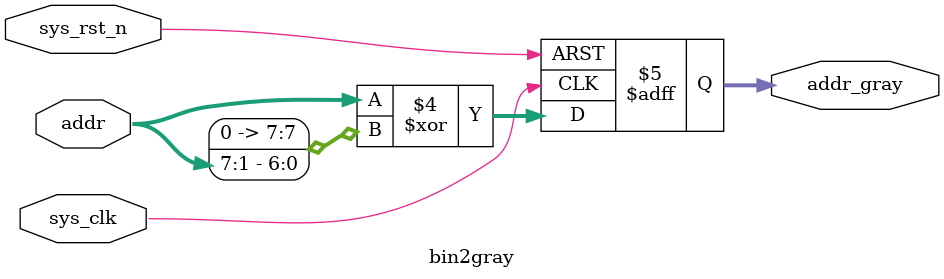
<source format=v>
/****************************************Copyright (c)**************************************************
**                                      Dongdong   Studio 
**                                     
**---------------------------------------File Info-----------------------------------------------------
** File name:			bin2gray
** Last modified Date:	2009-10-18
** Last Version:		1.0
** Descriptions:		bin 2 gray
**------------------------------------------------------------------------------------------------------
** Created by:		    dongdong
** Created date:		2009-10-18
** Version:				1.0
** Descriptions:		The original version
**
**------------------------------------------------------------------------------------------------------
** Modified by:			
** Modified date:		
** Version:				
** Descriptions:		
**
**------------------------------------------------------------------------------------------------------
********************************************************************************************************/
module bin2gray ( 
              //input 
			  sys_clk,
		      sys_rst_n,
              addr,

              //output 
              addr_gray
              );

//input ports

input                    sys_clk;      //system clock;
input                    sys_rst_n;    //system reset, low is active;
input  [WIDTH-1:0]       addr;

//output ports
output [WIDTH-1:0]       addr_gray;

//reg define 
reg    [WIDTH-1:0]       addr_gray;


//wire define 
wire   [WIDTH-1:0]       addr;

//parameter define 
parameter WIDTH = 8;


/*******************************************************************************************************
**                              Main Program    
**  
********************************************************************************************************/

always @(posedge sys_clk or negedge sys_rst_n) begin 
        if (sys_rst_n ==1'b0) begin 
            addr_gray <= 8'b0;
        end
        else  
            addr_gray <= addr^ (addr>>1);
end




endmodule
//end of RTL code                       
</source>
